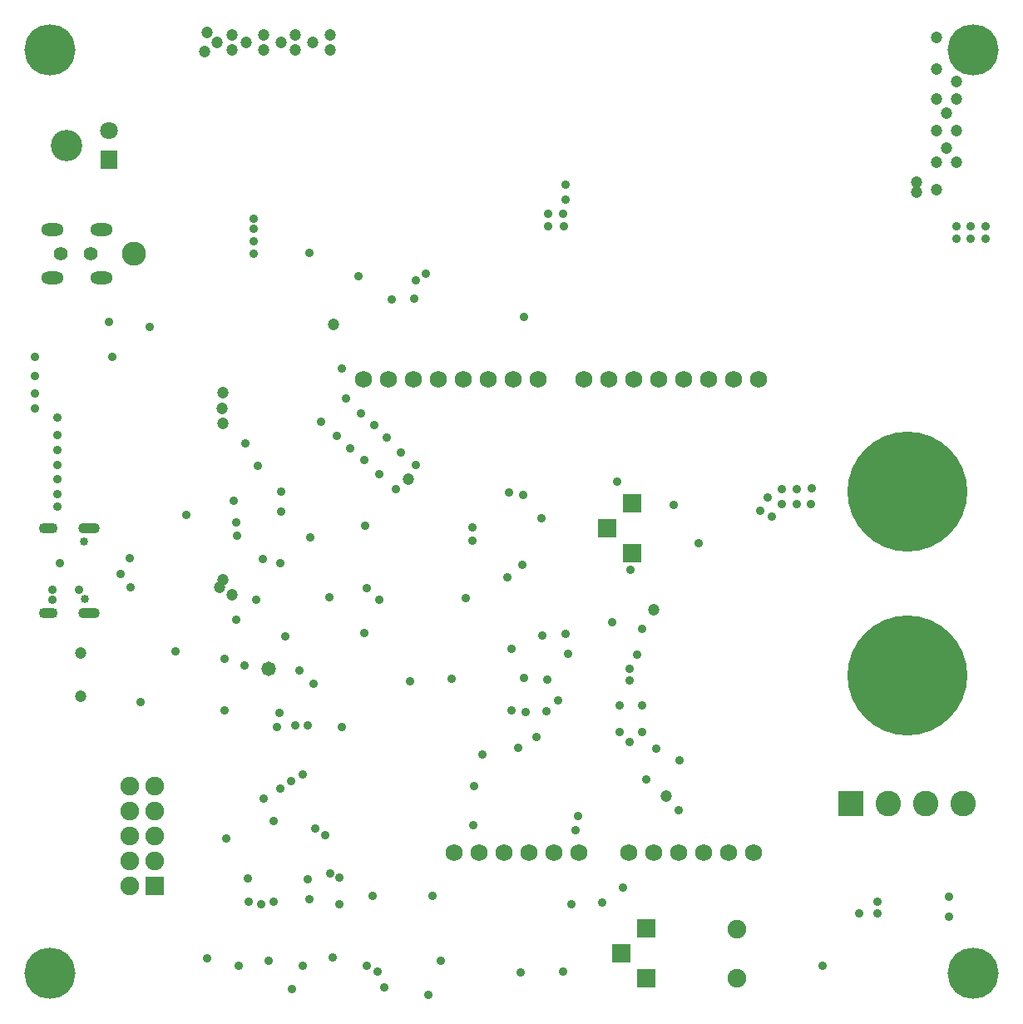
<source format=gbs>
G04*
G04 #@! TF.GenerationSoftware,Altium Limited,Altium Designer,23.3.1 (30)*
G04*
G04 Layer_Color=16711935*
%FSLAX25Y25*%
%MOIN*%
G70*
G04*
G04 #@! TF.SameCoordinates,A0E3A479-A048-482A-A5C8-966E8189681F*
G04*
G04*
G04 #@! TF.FilePolarity,Negative*
G04*
G01*
G75*
%ADD78C,0.06800*%
%ADD79C,0.10243*%
%ADD80R,0.10243X0.10243*%
%ADD81R,0.07093X0.07400*%
%ADD82C,0.07093*%
%ADD83C,0.12611*%
%ADD84C,0.09646*%
%ADD85O,0.09055X0.05118*%
%ADD86C,0.05524*%
%ADD87R,0.07487X0.07487*%
%ADD88C,0.07487*%
%ADD89O,0.07480X0.04331*%
%ADD90O,0.08662X0.04331*%
%ADD91C,0.03359*%
%ADD92C,0.04737*%
%ADD93C,0.48044*%
%ADD94C,0.03556*%
%ADD95C,0.04737*%
%ADD96C,0.05800*%
%ADD97C,0.20485*%
D78*
X225669Y-144055D02*
D03*
X235669D02*
D03*
X245669D02*
D03*
X255669D02*
D03*
X265669D02*
D03*
X275669D02*
D03*
X285669D02*
D03*
X295669D02*
D03*
X173779Y-333661D02*
D03*
X183780D02*
D03*
X193780D02*
D03*
X203780D02*
D03*
X213779D02*
D03*
X223780D02*
D03*
X243779D02*
D03*
X253780D02*
D03*
X263779D02*
D03*
X273780D02*
D03*
X283780D02*
D03*
X293779D02*
D03*
X137622Y-143898D02*
D03*
X147622D02*
D03*
X157622D02*
D03*
X167622D02*
D03*
X177622D02*
D03*
X187622D02*
D03*
X197622D02*
D03*
X207622D02*
D03*
D79*
X362815Y-313976D02*
D03*
X347815D02*
D03*
X377815D02*
D03*
D80*
X332815D02*
D03*
D81*
X35539Y-56102D02*
D03*
D82*
Y-44291D02*
D03*
D83*
X18531Y-50197D02*
D03*
D84*
X45382Y-93504D02*
D03*
D85*
X12705Y-103150D02*
D03*
X32390D02*
D03*
Y-83858D02*
D03*
X12705D02*
D03*
D86*
X28059Y-93504D02*
D03*
X16248D02*
D03*
D87*
X245079Y-213583D02*
D03*
X235079Y-203583D02*
D03*
X245079Y-193583D02*
D03*
X53750Y-346929D02*
D03*
X250730Y-363901D02*
D03*
X240730Y-373901D02*
D03*
X250730Y-383901D02*
D03*
D88*
X43750Y-346929D02*
D03*
X53750Y-336929D02*
D03*
X43750D02*
D03*
X53750Y-326929D02*
D03*
X43750D02*
D03*
X53750Y-316929D02*
D03*
X43750D02*
D03*
X53750Y-306929D02*
D03*
X43750D02*
D03*
X287148Y-383901D02*
D03*
Y-364216D02*
D03*
D89*
X11248Y-237553D02*
D03*
Y-203537D02*
D03*
D90*
X27587Y-237553D02*
D03*
Y-203537D02*
D03*
D91*
X25658Y-231962D02*
D03*
X25618Y-209128D02*
D03*
D92*
X24208Y-270841D02*
D03*
Y-253518D02*
D03*
D93*
X355315Y-188976D02*
D03*
Y-262795D02*
D03*
D94*
X36904Y-135023D02*
D03*
X66562Y-198321D02*
D03*
X271764Y-209532D02*
D03*
X138907Y-227716D02*
D03*
X138283Y-202612D02*
D03*
X108846Y-388218D02*
D03*
X125000Y-375747D02*
D03*
X244558Y-220183D02*
D03*
X249016Y-244094D02*
D03*
X115282Y-344403D02*
D03*
X115713Y-352196D02*
D03*
X91535Y-353346D02*
D03*
X90999Y-343986D02*
D03*
X201772Y-263779D02*
D03*
X211225Y-264211D02*
D03*
X202375Y-277192D02*
D03*
X210903Y-277084D02*
D03*
X263923Y-316667D02*
D03*
X250795Y-304405D02*
D03*
X254738Y-291903D02*
D03*
X264163Y-296760D02*
D03*
X232997Y-353681D02*
D03*
X241629Y-347540D02*
D03*
X185215Y-294421D02*
D03*
X199610Y-291476D02*
D03*
X156099Y-264977D02*
D03*
X172784Y-263887D02*
D03*
X143638Y-232394D02*
D03*
X137967Y-245497D02*
D03*
X104087Y-217688D02*
D03*
X123921Y-231411D02*
D03*
X104331Y-188976D02*
D03*
X116290Y-207466D02*
D03*
X104331Y-196850D02*
D03*
X93504Y-93504D02*
D03*
Y-88583D02*
D03*
Y-83661D02*
D03*
Y-79724D02*
D03*
X115897Y-93191D02*
D03*
X135474Y-102722D02*
D03*
X157796Y-111732D02*
D03*
X148955Y-111930D02*
D03*
X162538Y-101508D02*
D03*
X158465Y-104331D02*
D03*
X201772Y-119095D02*
D03*
X217817Y-82556D02*
D03*
X211614Y-82677D02*
D03*
X218504Y-65945D02*
D03*
Y-71850D02*
D03*
X217520Y-77756D02*
D03*
X211614D02*
D03*
X386811Y-82677D02*
D03*
X380906D02*
D03*
X375017Y-82511D02*
D03*
X296485Y-196674D02*
D03*
X299502Y-191382D02*
D03*
X305118Y-187992D02*
D03*
X311024D02*
D03*
X317211Y-187534D02*
D03*
X301262Y-199100D02*
D03*
X305142Y-193999D02*
D03*
X311024Y-193898D02*
D03*
X316636Y-194071D02*
D03*
X261942Y-194191D02*
D03*
X239199Y-185039D02*
D03*
X195866Y-189331D02*
D03*
X201595Y-190208D02*
D03*
X181157Y-208544D02*
D03*
X181160Y-203305D02*
D03*
X208739Y-199612D02*
D03*
X201138Y-218453D02*
D03*
X194994Y-223324D02*
D03*
X178386Y-231489D02*
D03*
X209050Y-246747D02*
D03*
X237003Y-241226D02*
D03*
X247075Y-254377D02*
D03*
X181642Y-306983D02*
D03*
X181537Y-322759D02*
D03*
X165020Y-350952D02*
D03*
X141005Y-350971D02*
D03*
X48163Y-273280D02*
D03*
X61994Y-253053D02*
D03*
X44166Y-227424D02*
D03*
X43915Y-215683D02*
D03*
X40019Y-222081D02*
D03*
X14764Y-194882D02*
D03*
Y-189961D02*
D03*
Y-184055D02*
D03*
Y-178150D02*
D03*
Y-172244D02*
D03*
Y-166339D02*
D03*
Y-159449D02*
D03*
X5906Y-155512D02*
D03*
Y-142717D02*
D03*
X35408Y-121063D02*
D03*
X386811Y-87598D02*
D03*
X380906D02*
D03*
X375000D02*
D03*
X5906Y-149606D02*
D03*
Y-134843D02*
D03*
X51908Y-123121D02*
D03*
X90244Y-169719D02*
D03*
X95265Y-178584D02*
D03*
X85598Y-192665D02*
D03*
X86485Y-201381D02*
D03*
X86727Y-206785D02*
D03*
X97032Y-215930D02*
D03*
X117381Y-266101D02*
D03*
X111786Y-260629D02*
D03*
X103936Y-277559D02*
D03*
X102717Y-283465D02*
D03*
X124098Y-342076D02*
D03*
X82561Y-327892D02*
D03*
X372047Y-359252D02*
D03*
Y-351378D02*
D03*
X343504Y-353346D02*
D03*
X343502Y-358119D02*
D03*
X336040Y-357942D02*
D03*
X321365Y-378956D02*
D03*
X222379Y-324697D02*
D03*
X223532Y-318937D02*
D03*
X220947Y-354342D02*
D03*
X217384Y-381411D02*
D03*
X200564Y-381506D02*
D03*
X143141Y-381266D02*
D03*
X138779Y-378937D02*
D03*
X113189D02*
D03*
X87353Y-379063D02*
D03*
X163386Y-390748D02*
D03*
X145669Y-387795D02*
D03*
X168307Y-376969D02*
D03*
X128937Y-283465D02*
D03*
X127953Y-354331D02*
D03*
Y-343504D02*
D03*
X249016Y-274606D02*
D03*
X81693Y-255906D02*
D03*
X86614Y-240158D02*
D03*
X94488Y-232283D02*
D03*
X106299Y-247047D02*
D03*
X89745Y-258544D02*
D03*
X113189Y-302165D02*
D03*
X240158Y-285433D02*
D03*
X248980Y-285361D02*
D03*
X240158Y-274606D02*
D03*
X244094Y-259842D02*
D03*
Y-289370D02*
D03*
Y-264764D02*
D03*
X126887Y-166756D02*
D03*
X132293Y-171562D02*
D03*
X137795Y-176181D02*
D03*
X143701Y-182087D02*
D03*
X150615Y-187931D02*
D03*
X120606Y-160813D02*
D03*
X158465Y-178150D02*
D03*
X128937Y-139764D02*
D03*
X130535Y-151524D02*
D03*
X136350Y-157578D02*
D03*
X141732Y-162402D02*
D03*
X146653Y-167323D02*
D03*
X152559Y-173228D02*
D03*
X23622Y-228346D02*
D03*
X15748Y-217520D02*
D03*
X12795Y-232283D02*
D03*
Y-228346D02*
D03*
X206693Y-287402D02*
D03*
X99410Y-376969D02*
D03*
X74803Y-375984D02*
D03*
X96457Y-354331D02*
D03*
X101378Y-353346D02*
D03*
X97441Y-312008D02*
D03*
X104250Y-308065D02*
D03*
X108575Y-304960D02*
D03*
X101378Y-320866D02*
D03*
X118110Y-323819D02*
D03*
X122047Y-326772D02*
D03*
X196850Y-251969D02*
D03*
Y-276575D02*
D03*
X215551Y-272638D02*
D03*
X81693Y-276575D02*
D03*
X115157Y-282480D02*
D03*
X110236D02*
D03*
X218504Y-246063D02*
D03*
X219488Y-253937D02*
D03*
D95*
X371063Y-51181D02*
D03*
Y-37402D02*
D03*
X73819Y-12795D02*
D03*
X78740Y-8858D02*
D03*
X74803Y-4921D02*
D03*
X375000Y-24606D02*
D03*
X359252Y-64961D02*
D03*
Y-68898D02*
D03*
X367126Y-67913D02*
D03*
X375000Y-57087D02*
D03*
Y-44291D02*
D03*
Y-31496D02*
D03*
X367126Y-6890D02*
D03*
Y-19685D02*
D03*
Y-31496D02*
D03*
Y-44291D02*
D03*
Y-57087D02*
D03*
X117126Y-8858D02*
D03*
X104331D02*
D03*
X90551D02*
D03*
X84646Y-5906D02*
D03*
X97441D02*
D03*
X110236D02*
D03*
X124016D02*
D03*
Y-11811D02*
D03*
X110236D02*
D03*
X97441D02*
D03*
X84646D02*
D03*
X258858Y-311024D02*
D03*
X253937Y-236221D02*
D03*
X80709Y-155512D02*
D03*
X81011Y-161487D02*
D03*
Y-149242D02*
D03*
X84646Y-230315D02*
D03*
X81011Y-224410D02*
D03*
X79724Y-227362D02*
D03*
X155512Y-184055D02*
D03*
X125388Y-121936D02*
D03*
D96*
X99410Y-259842D02*
D03*
D97*
X381890Y-11811D02*
D03*
X11811Y-381890D02*
D03*
X381890D02*
D03*
X11811Y-11811D02*
D03*
M02*

</source>
